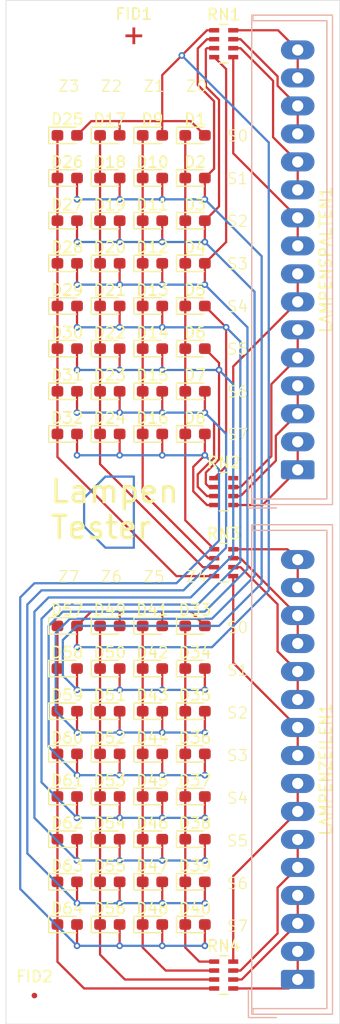
<source format=kicad_pcb>
(kicad_pcb (version 20241229) (generator "pcbnew") (generator_version "9.0")
  (layers (0 "F.Cu" signal) (2 "B.Cu" signal) (13 "F.Paste" user) (15 "B.Paste" user) (5 "F.SilkS" user "F.Silkscreen") (7 "B.SilkS" user "B.Silkscreen") (1 "F.Mask" user) (3 "B.Mask" user) (25 "Edge.Cuts" user))
  (net 0 "")
  (net 1 "LZ7")
  (net 2 "LZ6")
  (net 3 "LZ5")
  (net 4 "LZ4")
  (net 5 "LZ3")
  (net 6 "LZ2")
  (net 7 "LZ1")
  (net 8 "LZ0")
  (net 9 "LS7")
  (net 10 "LS6")
  (net 11 "LS5")
  (net 12 "LS4")
  (net 13 "LS3")
  (net 14 "LS2")
  (net 15 "LS1")
  (net 16 "LS0")
  (net 17 "Net-(D1-K)")
  (net 18 "Net-(D1-A)")
  (net 19 "Net-(D10-K)")
  (net 20 "Net-(D10-A)")
  (net 21 "Net-(D11-A)")
  (net 22 "Net-(D12-A)")
  (net 23 "Net-(D13-A)")
  (net 24 "Net-(D14-A)")
  (net 25 "Net-(D15-A)")
  (net 26 "Net-(D16-A)")
  (net 27 "Net-(D17-K)")
  (net 28 "Net-(D25-K)")
  (net 29 "Net-(D33-K)")
  (net 30 "Net-(D41-K)")
  (net 31 "Net-(D49-K)")
  (net 32 "Net-(D57-K)")
  (footprint "LED_SMD:LED_0603_1608Metric_Pad1.05x0.95mm_HandSolder" (layer "F.Cu") (at 43.575 56.515)
    (property "Reference" "D30")
    (property "Value" "R")
  )
  (footprint "LED_SMD:LED_0603_1608Metric_Pad1.05x0.95mm_HandSolder" (layer "F.Cu") (at 55.005 81.28)
    (property "Reference" "D33")
    (property "Value" "R")
  )
  (footprint "Resistor_SMD:R_Array_Concave_4x0603" (layer "F.Cu") (at 57.57 75.635)
    (property "Reference" "RN3")
    (property "Value" "1000")
  )
  (footprint "LED_SMD:LED_0603_1608Metric_Pad1.05x0.95mm_HandSolder" (layer "F.Cu") (at 55.005 107.95)
    (property "Reference" "D40")
    (property "Value" "R")
  )
  (footprint "LED_SMD:LED_0603_1608Metric_Pad1.05x0.95mm_HandSolder" (layer "F.Cu") (at 43.575 60.325)
    (property "Reference" "D31")
    (property "Value" "R")
  )
  (footprint "LED_SMD:LED_0603_1608Metric_Pad1.05x0.95mm_HandSolder" (layer "F.Cu") (at 47.385 88.9)
    (property "Reference" "D51")
    (property "Value" "R")
  )
  (footprint "Resistor_SMD:R_Array_Concave_4x0603" (layer "F.Cu") (at 57.57 69.285)
    (property "Reference" "RN2")
    (property "Value" "1000")
  )
  (footprint "LED_SMD:LED_0603_1608Metric_Pad1.05x0.95mm_HandSolder" (layer "F.Cu") (at 47.385 60.325)
    (property "Reference" "D23")
    (property "Value" "R")
  )
  (footprint "LED_SMD:LED_0603_1608Metric_Pad1.05x0.95mm_HandSolder" (layer "F.Cu") (at 47.385 37.465)
    (property "Reference" "D17")
    (property "Value" "R")
  )
  (footprint "LED_SMD:LED_0603_1608Metric_Pad1.05x0.95mm_HandSolder" (layer "F.Cu") (at 43.575 104.14)
    (property "Reference" "D63")
    (property "Value" "R")
  )
  (footprint "LED_SMD:LED_0603_1608Metric_Pad1.05x0.95mm_HandSolder" (layer "F.Cu") (at 55.005 88.9)
    (property "Reference" "D35")
    (property "Value" "R")
  )
  (footprint "Resistor_SMD:R_Array_Concave_4x0603" (layer "F.Cu") (at 57.57 112.465)
    (property "Reference" "RN4")
    (property "Value" "1000")
  )
  (footprint "LED_SMD:LED_0603_1608Metric_Pad1.05x0.95mm_HandSolder" (layer "F.Cu") (at 43.575 96.52)
    (property "Reference" "D61")
    (property "Value" "R")
  )
  (footprint "LED_SMD:LED_0603_1608Metric_Pad1.05x0.95mm_HandSolder" (layer "F.Cu") (at 47.385 64.135)
    (property "Reference" "D24")
    (property "Value" "R")
  )
  (footprint "LED_SMD:LED_0603_1608Metric_Pad1.05x0.95mm_HandSolder" (layer "F.Cu") (at 55.005 85.09)
    (property "Reference" "D34")
    (property "Value" "R")
  )
  (footprint "LED_SMD:LED_0603_1608Metric_Pad1.05x0.95mm_HandSolder" (layer "F.Cu") (at 43.575 64.135)
    (property "Reference" "D32")
    (property "Value" "R")
  )
  (footprint "LED_SMD:LED_0603_1608Metric_Pad1.05x0.95mm_HandSolder" (layer "F.Cu") (at 47.385 104.14)
    (property "Reference" "D55")
    (property "Value" "R")
  )
  (footprint "LED_SMD:LED_0603_1608Metric_Pad1.05x0.95mm_HandSolder" (layer "F.Cu") (at 47.385 56.515)
    (property "Reference" "D22")
    (property "Value" "R")
  )
  (footprint "LED_SMD:LED_0603_1608Metric_Pad1.05x0.95mm_HandSolder" (layer "F.Cu") (at 55.005 52.705)
    (property "Reference" "D5")
    (property "Value" "R")
  )
  (footprint "LED_SMD:LED_0603_1608Metric_Pad1.05x0.95mm_HandSolder" (layer "F.Cu") (at 47.385 100.33)
    (property "Reference" "D54")
    (property "Value" "R")
  )
  (footprint "LED_SMD:LED_0603_1608Metric_Pad1.05x0.95mm_HandSolder" (layer "F.Cu") (at 51.195 56.515)
    (property "Reference" "D14")
    (property "Value" "R")
  )
  (footprint "LED_SMD:LED_0603_1608Metric_Pad1.05x0.95mm_HandSolder" (layer "F.Cu") (at 47.385 52.705)
    (property "Reference" "D21")
    (property "Value" "R")
  )
  (footprint "LED_SMD:LED_0603_1608Metric_Pad1.05x0.95mm_HandSolder" (layer "F.Cu") (at 43.575 92.71)
    (property "Reference" "D60")
    (property "Value" "R")
  )
  (footprint "LED_SMD:LED_0603_1608Metric_Pad1.05x0.95mm_HandSolder" (layer "F.Cu") (at 55.005 56.515)
    (property "Reference" "D6")
    (property "Value" "R")
  )
  (footprint "LED_SMD:LED_0603_1608Metric_Pad1.05x0.95mm_HandSolder" (layer "F.Cu") (at 47.385 41.275)
    (property "Reference" "D18")
    (property "Value" "R")
  )
  (footprint "LED_SMD:LED_0603_1608Metric_Pad1.05x0.95mm_HandSolder" (layer "F.Cu") (at 43.575 100.33)
    (property "Reference" "D62")
    (property "Value" "R")
  )
  (footprint "LED_SMD:LED_0603_1608Metric_Pad1.05x0.95mm_HandSolder" (layer "F.Cu") (at 55.005 64.135)
    (property "Reference" "D8")
    (property "Value" "R")
  )
  (footprint "LED_SMD:LED_0603_1608Metric_Pad1.05x0.95mm_HandSolder" (layer "F.Cu") (at 43.575 52.705)
    (property "Reference" "D29")
    (property "Value" "R")
  )
  (footprint "LED_SMD:LED_0603_1608Metric_Pad1.05x0.95mm_HandSolder" (layer "F.Cu") (at 47.385 92.71)
    (property "Reference" "D52")
    (property "Value" "R")
  )
  (footprint "LED_SMD:LED_0603_1608Metric_Pad1.05x0.95mm_HandSolder" (layer "F.Cu") (at 51.195 45.085)
    (property "Reference" "D11")
    (property "Value" "R")
  )
  (footprint "LED_SMD:LED_0603_1608Metric_Pad1.05x0.95mm_HandSolder" (layer "F.Cu") (at 51.195 48.895)
    (property "Reference" "D12")
    (property "Value" "R")
  )
  (footprint "LED_SMD:LED_0603_1608Metric_Pad1.05x0.95mm_HandSolder" (layer "F.Cu") (at 51.195 92.71)
    (property "Reference" "D44")
    (property "Value" "R")
  )
  (footprint "LED_SMD:LED_0603_1608Metric_Pad1.05x0.95mm_HandSolder" (layer "F.Cu") (at 51.195 96.52)
    (property "Reference" "D45")
    (property "Value" "R")
  )
  (footprint "LED_SMD:LED_0603_1608Metric_Pad1.05x0.95mm_HandSolder" (layer "F.Cu") (at 43.575 107.95)
    (property "Reference" "D64")
    (property "Value" "R")
  )
  (footprint "LED_SMD:LED_0603_1608Metric_Pad1.05x0.95mm_HandSolder" (layer "F.Cu") (at 51.195 107.95)
    (property "Reference" "D48")
    (property "Value" "R")
  )
  (footprint "LED_SMD:LED_0603_1608Metric_Pad1.05x0.95mm_HandSolder" (layer "F.Cu") (at 47.385 45.085)
    (property "Reference" "D19")
    (property "Value" "R")
  )
  (footprint "LED_SMD:LED_0603_1608Metric_Pad1.05x0.95mm_HandSolder" (layer "F.Cu") (at 47.385 48.895)
    (property "Reference" "D20")
    (property "Value" "R")
  )
  (footprint "LED_SMD:LED_0603_1608Metric_Pad1.05x0.95mm_HandSolder" (layer "F.Cu") (at 51.195 52.705)
    (property "Reference" "D13")
    (property "Value" "R")
  )
  (footprint "LED_SMD:LED_0603_1608Metric_Pad1.05x0.95mm_HandSolder" (layer "F.Cu") (at 55.005 100.33)
    (property "Reference" "D38")
    (property "Value" "R")
  )
  (footprint "LED_SMD:LED_0603_1608Metric_Pad1.05x0.95mm_HandSolder" (layer "F.Cu") (at 55.005 60.325)
    (property "Reference" "D7")
    (property "Value" "R")
  )
  (footprint "LED_SMD:LED_0603_1608Metric_Pad1.05x0.95mm_HandSolder" (layer "F.Cu") (at 43.575 41.275)
    (property "Reference" "D26")
    (property "Value" "R")
  )
  (footprint "LED_SMD:LED_0603_1608Metric_Pad1.05x0.95mm_HandSolder" (layer "F.Cu") (at 55.005 92.71)
    (property "Reference" "D36")
    (property "Value" "R")
  )
  (footprint "LED_SMD:LED_0603_1608Metric_Pad1.05x0.95mm_HandSolder" (layer "F.Cu") (at 51.195 64.135)
    (property "Reference" "D16")
    (property "Value" "R")
  )
  (footprint "LED_SMD:LED_0603_1608Metric_Pad1.05x0.95mm_HandSolder" (layer "F.Cu") (at 47.385 96.52)
    (property "Reference" "D53")
    (property "Value" "R")
  )
  (footprint "LED_SMD:LED_0603_1608Metric_Pad1.05x0.95mm_HandSolder" (layer "F.Cu") (at 47.385 85.09)
    (property "Reference" "D50")
    (property "Value" "R")
  )
  (footprint "LED_SMD:LED_0603_1608Metric_Pad1.05x0.95mm_HandSolder" (layer "F.Cu") (at 51.195 60.325)
    (property "Reference" "D15")
    (property "Value" "R")
  )
  (footprint "LED_SMD:LED_0603_1608Metric_Pad1.05x0.95mm_HandSolder" (layer "F.Cu") (at 43.575 45.085)
    (property "Reference" "D27")
    (property "Value" "R")
  )
  (footprint "LED_SMD:LED_0603_1608Metric_Pad1.05x0.95mm_HandSolder" (layer "F.Cu") (at 51.195 88.9)
    (property "Reference" "D43")
    (property "Value" "R")
  )
  (footprint "Resistor_SMD:R_Array_Concave_4x0603" (layer "F.Cu") (at 57.57 29.28)
    (property "Reference" "RN1")
    (property "Value" "1000")
  )
  (footprint "LED_SMD:LED_0603_1608Metric_Pad1.05x0.95mm_HandSolder" (layer "F.Cu") (at 55.005 37.465)
    (property "Reference" "D1")
    (property "Value" "R")
  )
  (footprint "Fiducial:Fiducial_Cross_1.5mm_Mask2mm" (layer "F.Cu") (at 49.53 28.575)
    (property "Reference" "FID1")
    (property "Value" "Fiducial")
  )
  (footprint "LED_SMD:LED_0603_1608Metric_Pad1.05x0.95mm_HandSolder" (layer "F.Cu") (at 43.575 48.895)
    (property "Reference" "D28")
    (property "Value" "R")
  )
  (footprint "LED_SMD:LED_0603_1608Metric_Pad1.05x0.95mm_HandSolder" (layer "F.Cu") (at 43.575 81.28)
    (property "Reference" "D57")
    (property "Value" "R")
  )
  (footprint "LED_SMD:LED_0603_1608Metric_Pad1.05x0.95mm_HandSolder" (layer "F.Cu") (at 43.575 85.09)
    (property "Reference" "D58")
    (property "Value" "R")
  )
  (footprint "LED_SMD:LED_0603_1608Metric_Pad1.05x0.95mm_HandSolder" (layer "F.Cu") (at 55.005 41.275)
    (property "Reference" "D2")
    (property "Value" "R")
  )
  (footprint "LED_SMD:LED_0603_1608Metric_Pad1.05x0.95mm_HandSolder" (layer "F.Cu") (at 51.195 41.275)
    (property "Reference" "D10")
    (property "Value" "R")
  )
  (footprint "LED_SMD:LED_0603_1608Metric_Pad1.05x0.95mm_HandSolder" (layer "F.Cu") (at 43.575 37.465)
    (property "Reference" "D25")
    (property "Value" "R")
  )
  (footprint "LED_SMD:LED_0603_1608Metric_Pad1.05x0.95mm_HandSolder" (layer "F.Cu") (at 47.385 81.28)
    (property "Reference" "D49")
    (property "Value" "R")
  )
  (footprint "LED_SMD:LED_0603_1608Metric_Pad1.05x0.95mm_HandSolder" (layer "F.Cu") (at 55.005 104.14)
    (property "Reference" "D39")
    (property "Value" "R")
  )
  (footprint "LED_SMD:LED_0603_1608Metric_Pad1.05x0.95mm_HandSolder" (layer "F.Cu") (at 51.195 81.28)
    (property "Reference" "D41")
    (property "Value" "R")
  )
  (footprint "Fiducial:Fiducial_0.5mm_Mask1.5mm" (layer "F.Cu") (at 40.64 114.3)
    (property "Reference" "FID2")
    (property "Value" "Fiducial")
  )
  (footprint "LED_SMD:LED_0603_1608Metric_Pad1.05x0.95mm_HandSolder" (layer "F.Cu") (at 51.195 100.33)
    (property "Reference" "D46")
    (property "Value" "R")
  )
  (footprint "LED_SMD:LED_0603_1608Metric_Pad1.05x0.95mm_HandSolder" (layer "F.Cu") (at 55.005 45.085)
    (property "Reference" "D3")
    (property "Value" "R")
  )
  (footprint "LED_SMD:LED_0603_1608Metric_Pad1.05x0.95mm_HandSolder" (layer "F.Cu") (at 55.005 96.52)
    (property "Reference" "D37")
    (property "Value" "R")
  )
  (footprint "LED_SMD:LED_0603_1608Metric_Pad1.05x0.95mm_HandSolder" (layer "F.Cu") (at 55.005 48.895)
    (property "Reference" "D4")
    (property "Value" "R")
  )
  (footprint "LED_SMD:LED_0603_1608Metric_Pad1.05x0.95mm_HandSolder" (layer "F.Cu") (at 51.195 85.09)
    (property "Reference" "D42")
    (property "Value" "R")
  )
  (footprint "LED_SMD:LED_0603_1608Metric_Pad1.05x0.95mm_HandSolder" (layer "F.Cu") (at 43.575 88.9)
    (property "Reference" "D59")
    (property "Value" "R")
  )
  (footprint "LED_SMD:LED_0603_1608Metric_Pad1.05x0.95mm_HandSolder" (layer "F.Cu") (at 47.385 107.95)
    (property "Reference" "D56")
    (property "Value" "R")
  )
  (footprint "LED_SMD:LED_0603_1608Metric_Pad1.05x0.95mm_HandSolder" (layer "F.Cu") (at 51.195 37.465)
    (property "Reference" "D9")
    (property "Value" "R")
  )
  (footprint "LED_SMD:LED_0603_1608Metric_Pad1.05x0.95mm_HandSolder" (layer "F.Cu") (at 51.195 104.14)
    (property "Reference" "D47")
    (property "Value" "R")
  )
  (footprint "Connector_Lumberg:Lumberg_MSF_B16B-MSF-A_1x16_P2.50mm_Vertical" (layer "B.Cu") (at 64.185 67.335 90)
    (property "Reference" "LAMPENSPALTEN1")
    (property "Value" "Conn_01x16_Male" (hide yes))
  )
  (footprint "Connector_Lumberg:Lumberg_MSF_B16B-MSF-A_1x16_P2.50mm_Vertical" (layer "B.Cu") (at 64.185 112.855 90)
    (property "Reference" "LAMPENZEILEN1")
    (property "Value" "Conn_01x16_Pin")
  )
  (gr_line (start 49.53 74.295) (end 46.99 74.295) (stroke (width 0.2)) (layer "B.Cu"))
  (gr_line (start 46.99 74.295) (end 45.085 72.39) (stroke (width 0.2)) (layer "B.Cu"))
  (gr_line (start 45.085 69.85) (end 45.085 72.39) (stroke (width 0.2)) (layer "B.Cu"))
  (gr_line (start 49.53 67.945) (end 46.99 67.945) (stroke (width 0.2)) (layer "B.Cu"))
  (gr_line (start 49.53 67.945) (end 49.53 74.295) (stroke (width 0.2)) (layer "B.Cu"))
  (gr_line (start 46.99 67.945) (end 45.085 69.85) (stroke (width 0.2)) (layer "B.Cu"))
  (gr_rect (start 38.1 25.4) (end 67.945 116.84) (stroke (width 0.05)) (fill no) (layer "Edge.Cuts"))
  (gr_text "Z2" (at 46.51 33.655 0) (layer "F.SilkS") (effects (font (size 1 1) (thickness 0.1)) (justify left bottom)))
  (gr_text "S7" (at 57.785 64.77 0) (layer "F.SilkS") (effects (font (size 1 1) (thickness 0.1)) (justify left bottom)))
  (gr_text "Z6" (at 46.51 77.47 0) (layer "F.SilkS") (effects (font (size 1 1) (thickness 0.1)) (justify left bottom)))
  (gr_text "Z1" (at 50.32 33.655 0) (layer "F.SilkS") (effects (font (size 1 1) (thickness 0.1)) (justify left bottom)))
  (gr_text "S1" (at 57.785 41.91 0) (layer "F.SilkS") (effects (font (size 1 1) (thickness 0.1)) (justify left bottom)))
  (gr_text "S2" (at 57.785 45.72 0) (layer "F.SilkS") (effects (font (size 1 1) (thickness 0.1)) (justify left bottom)))
  (gr_text "Z7" (at 42.7 77.47 0) (layer "F.SilkS") (effects (font (size 1 1) (thickness 0.1)) (justify left bottom)))
  (gr_text "S0" (at 57.785 82.015 0) (layer "F.SilkS") (effects (font (size 1 1) (thickness 0.1)) (justify left bottom)))
  (gr_text "S7" (at 57.785 108.685 0) (layer "F.SilkS") (effects (font (size 1 1) (thickness 0.1)) (justify left bottom)))
  (gr_text "S5" (at 57.785 57.15 0) (layer "F.SilkS") (effects (font (size 1 1) (thickness 0.1)) (justify left bottom)))
  (gr_text "S6" (at 57.785 60.96 0) (layer "F.SilkS") (effects (font (size 1 1) (thickness 0.1)) (justify left bottom)))
  (gr_text "S2" (at 57.785 89.635 0) (layer "F.SilkS") (effects (font (size 1 1) (thickness 0.1)) (justify left bottom)))
  (gr_text "Lampen\nTester" (at 41.91 73.66 0) (layer "F.SilkS") (effects (font (size 2 2) (thickness 0.3)) (justify left bottom)))
  (gr_text "S1" (at 57.785 85.825 0) (layer "F.SilkS") (effects (font (size 1 1) (thickness 0.1)) (justify left bottom)))
  (gr_text "S6" (at 57.785 104.875 0) (layer "F.SilkS") (effects (font (size 1 1) (thickness 0.1)) (justify left bottom)))
  (gr_text "Z0" (at 54.13 33.655 0) (layer "F.SilkS") (effects (font (size 1 1) (thickness 0.1)) (justify left bottom)))
  (gr_text "S0" (at 57.785 38.1 0) (layer "F.SilkS") (effects (font (size 1 1) (thickness 0.1)) (justify left bottom)))
  (gr_text "Z4" (at 54.13 77.47 0) (layer "F.SilkS") (effects (font (size 1 1) (thickness 0.1)) (justify left bottom)))
  (gr_text "S3" (at 57.785 93.445 0) (layer "F.SilkS") (effects (font (size 1 1) (thickness 0.1)) (justify left bottom)))
  (gr_text "S5" (at 57.785 101.065 0) (layer "F.SilkS") (effects (font (size 1 1) (thickness 0.1)) (justify left bottom)))
  (gr_text "S3" (at 57.785 49.53 0) (layer "F.SilkS") (effects (font (size 1 1) (thickness 0.1)) (justify left bottom)))
  (gr_text "S4" (at 57.785 53.34 0) (layer "F.SilkS") (effects (font (size 1 1) (thickness 0.1)) (justify left bottom)))
  (gr_text "S4" (at 57.785 97.255 0) (layer "F.SilkS") (effects (font (size 1 1) (thickness 0.1)) (justify left bottom)))
  (gr_text "Z5" (at 50.32 77.47 0) (layer "F.SilkS") (effects (font (size 1 1) (thickness 0.1)) (justify left bottom)))
  (gr_text "Z3" (at 42.7 33.655 0) (layer "F.SilkS") (effects (font (size 1 1) (thickness 0.1)) (justify left bottom)))
  (segment (start 58.42 113.665) (end 63.375 113.665) (width 0.2) (layer "F.Cu") (net 1))
  (segment (start 63.375 113.665) (end 64.185 112.855) (width 0.2) (layer "F.Cu") (net 1))
  (segment (start 64.185 112.855) (end 64.185 110.355) (width 0.2) (layer "F.Cu") (net 1))
  (segment (start 58.42 112.865) (end 59.175 112.865) (width 0.2) (layer "F.Cu") (net 2))
  (segment (start 59.175 112.865) (end 64.185 107.855) (width 0.2) (layer "F.Cu") (net 2))
  (segment (start 64.185 107.855) (end 64.185 105.355) (width 0.2) (layer "F.Cu") (net 2))
  (segment (start 62.384 108.751) (end 62.384 104.656) (width 0.2) (layer "F.Cu") (net 3))
  (segment (start 64.185 102.855) (end 64.185 100.355) (width 0.2) (layer "F.Cu") (net 3))
  (segment (start 58.42 112.065) (end 59.07 112.065) (width 0.2) (layer "F.Cu") (net 3))
  (segment (start 59.07 112.065) (end 62.384 108.751) (width 0.2) (layer "F.Cu") (net 3))
  (segment (start 62.384 104.656) (end 64.185 102.855) (width 0.2) (layer "F.Cu") (net 3))
  (segment (start 64.185 97.855) (end 64.185 95.355) (width 0.2) (layer "F.Cu") (net 4))
  (segment (start 58.42 111.265) (end 58.42 103.62) (width 0.2) (layer "F.Cu") (net 4))
  (segment (start 58.42 103.62) (end 64.185 97.855) (width 0.2) (layer "F.Cu") (net 4))
  (segment (start 58.42 76.835) (end 58.42 84.59) (width 0.2) (layer "F.Cu") (net 5))
  (segment (start 58.42 84.59) (end 64.185 90.355) (width 0.2) (layer "F.Cu") (net 5))
  (segment (start 64.185 92.855) (end 64.185 90.355) (width 0.2) (layer "F.Cu") (net 5))
  (segment (start 59.07 76.035) (end 62.384 79.349) (width 0.2) (layer "F.Cu") (net 6))
  (segment (start 62.384 83.554) (end 64.185 85.355) (width 0.2) (layer "F.Cu") (net 6))
  (segment (start 64.185 87.855) (end 64.185 85.355) (width 0.2) (layer "F.Cu") (net 6))
  (segment (start 58.42 76.035) (end 59.07 76.035) (width 0.2) (layer "F.Cu") (net 6))
  (segment (start 62.384 79.349) (end 62.384 83.554) (width 0.2) (layer "F.Cu") (net 6))
  (segment (start 58.42 75.235) (end 59.065 75.235) (width 0.2) (layer "F.Cu") (net 7))
  (segment (start 64.185 82.855) (end 64.185 80.355) (width 0.2) (layer "F.Cu") (net 7))
  (segment (start 59.065 75.235) (end 64.185 80.355) (width 0.2) (layer "F.Cu") (net 7))
  (segment (start 58.42 74.435) (end 63.265 74.435) (width 0.2) (layer "F.Cu") (net 8))
  (segment (start 63.265 74.435) (end 64.185 75.355) (width 0.2) (layer "F.Cu") (net 8))
  (segment (start 64.185 77.855) (end 64.185 75.355) (width 0.2) (layer "F.Cu") (net 8))
  (segment (start 64.185 67.335) (end 64.185 64.835) (width 0.2) (layer "F.Cu") (net 9))
  (segment (start 61.035 70.485) (end 64.185 67.335) (width 0.2) (layer "F.Cu") (net 9))
  (segment (start 58.42 70.485) (end 61.035 70.485) (width 0.2) (layer "F.Cu") (net 9))
  (segment (start 59.07 69.685) (end 62.23 66.525) (width 0.2) (layer "F.Cu") (net 10))
  (segment (start 58.42 69.685) (end 59.07 69.685) (width 0.2) (layer "F.Cu") (net 10))
  (segment (start 62.23 66.525) (end 62.23 64.29) (width 0.2) (layer "F.Cu") (net 10))
  (segment (start 64.185 62.335) (end 64.185 59.835) (width 0.2) (layer "F.Cu") (net 10))
  (segment (start 62.23 64.29) (end 64.185 62.335) (width 0.2) (layer "F.Cu") (net 10))
  (segment (start 59.07 68.885) (end 61.829 66.126) (width 0.2) (layer "F.Cu") (net 11))
  (segment (start 61.829 59.691) (end 64.185 57.335) (width 0.2) (layer "F.Cu") (net 11))
  (segment (start 58.42 68.885) (end 59.07 68.885) (width 0.2) (layer "F.Cu") (net 11))
  (segment (start 61.829 66.126) (end 61.829 59.691) (width 0.2) (layer "F.Cu") (net 11))
  (segment (start 64.185 57.335) (end 64.185 54.835) (width 0.2) (layer "F.Cu") (net 11))
  (segment (start 58.42 68.085) (end 58.42 58.1) (width 0.2) (layer "F.Cu") (net 12))
  (segment (start 58.42 58.1) (end 64.185 52.335) (width 0.2) (layer "F.Cu") (net 12))
  (segment (start 64.185 52.335) (end 64.185 49.835) (width 0.2) (layer "F.Cu") (net 12))
  (segment (start 64.185 47.335) (end 64.185 44.835) (width 0.2) (layer "F.Cu") (net 13))
  (segment (start 58.42 39.07) (end 64.185 44.835) (width 0.2) (layer "F.Cu") (net 13))
  (segment (start 58.42 30.48) (end 58.42 39.07) (width 0.2) (layer "F.Cu") (net 13))
  (segment (start 58.42 29.68) (end 59.07 29.68) (width 0.2) (layer "F.Cu") (net 14))
  (segment (start 59.07 29.68) (end 61.983 32.593) (width 0.2) (layer "F.Cu") (net 14))
  (segment (start 61.983 32.593) (end 61.983 37.633) (width 0.2) (layer "F.Cu") (net 14))
  (segment (start 61.983 37.633) (end 64.185 39.835) (width 0.2) (layer "F.Cu") (net 14))
  (segment (start 64.185 42.335) (end 64.185 39.835) (width 0.2) (layer "F.Cu") (net 14))
  (segment (start 62.384 33.034) (end 64.185 34.835) (width 0.2) (layer "F.Cu") (net 15))
  (segment (start 58.42 28.88) (end 59.07 28.88) (width 0.2) (layer "F.Cu") (net 15))
  (segment (start 62.384 32.194) (end 62.384 33.034) (width 0.2) (layer "F.Cu") (net 15))
  (segment (start 59.07 28.88) (end 62.384 32.194) (width 0.2) (layer "F.Cu") (net 15))
  (segment (start 64.185 37.335) (end 64.185 34.835) (width 0.2) (layer "F.Cu") (net 15))
  (segment (start 64.185 32.335) (end 64.185 29.835) (width 0.2) (layer "F.Cu") (net 16))
  (segment (start 62.43 28.08) (end 64.185 29.835) (width 0.2) (layer "F.Cu") (net 16))
  (segment (start 58.42 28.08) (end 62.43 28.08) (width 0.2) (layer "F.Cu") (net 16))
  (segment (start 54.13 71.845) (end 54.13 37.465) (width 0.2) (layer "F.Cu") (net 17))
  (segment (start 56.72 74.435) (end 54.13 71.845) (width 0.2) (layer "F.Cu") (net 17))
  (segment (start 45.72 36.195) (end 48.26 36.195) (width 0.2) (layer "F.Cu") (net 18))
  (segment (start 54.61 36.195) (end 55.88 37.465) (width 0.2) (layer "F.Cu") (net 18))
  (segment (start 44.45 81.28) (end 44.45 83.185) (width 0.2) (layer "F.Cu") (net 18))
  (segment (start 48.26 80.01) (end 52.07 80.01) (width 0.2) (layer "F.Cu") (net 18))
  (segment (start 53.8225 30.3275) (end 56.07 28.08) (width 0.2) (layer "F.Cu") (net 18))
  (segment (start 56.07 28.08) (end 56.72 28.08) (width 0.2) (layer "F.Cu") (net 18))
  (segment (start 48.26 81.28) (end 48.26 80.01) (width 0.2) (layer "F.Cu") (net 18))
  (segment (start 52.07 81.28) (end 52.07 80.01) (width 0.2) (layer "F.Cu") (net 18))
  (segment (start 44.45 81.28) (end 45.72 80.01) (width 0.2) (layer "F.Cu") (net 18))
  (segment (start 52.07 80.01) (end 54.61 80.01) (width 0.2) (layer "F.Cu") (net 18))
  (segment (start 48.26 37.465) (end 48.26 36.195) (width 0.2) (layer "F.Cu") (net 18))
  (segment (start 50.8 36.195) (end 54.61 36.195) (width 0.2) (layer "F.Cu") (net 18))
  (segment (start 52.07 37.465) (end 52.07 32.08) (width 0.2) (layer "F.Cu") (net 18))
  (segment (start 52.07 32.08) (end 53.8225 30.3275) (width 0.2) (layer "F.Cu") (net 18))
  (segment (start 48.26 36.195) (end 50.8 36.195) (width 0.2) (layer "F.Cu") (net 18))
  (segment (start 54.61 80.01) (end 55.88 81.28) (width 0.2) (layer "F.Cu") (net 18))
  (segment (start 45.72 80.01) (end 48.26 80.01) (width 0.2) (layer "F.Cu") (net 18))
  (segment (start 44.45 37.465) (end 45.72 36.195) (width 0.2) (layer "F.Cu") (net 18))
  (via (at 53.8225 30.3275) (size 0.6) (drill 0.3) (layers "F.Cu" "B.Cu") (net 18))
  (via (at 44.45 83.185) (size 0.6) (drill 0.3) (layers "F.Cu" "B.Cu") (net 18))
  (segment (start 61.595 38.1) (end 53.8225 30.3275) (width 0.2) (layer "B.Cu") (net 18))
  (segment (start 61.595 78.105) (end 61.595 38.1) (width 0.2) (layer "B.Cu") (net 18))
  (segment (start 56.515 83.185) (end 61.595 78.105) (width 0.2) (layer "B.Cu") (net 18))
  (segment (start 44.45 83.185) (end 56.515 83.185) (width 0.2) (layer "B.Cu") (net 18))
  (segment (start 56.185 75.235) (end 50.32 69.37) (width 0.2) (layer "F.Cu") (net 19))
  (segment (start 50.32 69.37) (end 50.32 37.465) (width 0.2) (layer "F.Cu") (net 19))
  (segment (start 56.72 75.235) (end 56.185 75.235) (width 0.2) (layer "F.Cu") (net 19))
  (segment (start 55.88 41.275) (end 55.88 43.18) (width 0.2) (layer "F.Cu") (net 20))
  (segment (start 48.26 41.275) (end 48.26 43.18) (width 0.2) (layer "F.Cu") (net 20))
  (segment (start 48.26 85.09) (end 48.26 86.995) (width 0.2) (layer "F.Cu") (net 20))
  (segment (start 56.706 40.449) (end 56.706 34.4131) (width 0.2) (layer "F.Cu") (net 20))
  (segment (start 52.07 85.09) (end 52.07 86.995) (width 0.2) (layer "F.Cu") (net 20))
  (segment (start 55.245 32.9521) (end 55.245 29.705) (width 0.2) (layer "F.Cu") (net 20))
  (segment (start 52.07 41.275) (end 52.07 43.18) (width 0.2) (layer "F.Cu") (net 20))
  (segment (start 44.45 41.275) (end 44.45 43.18) (width 0.2) (layer "F.Cu") (net 20))
  (segment (start 56.706 34.4131) (end 55.245 32.9521) (width 0.2) (layer "F.Cu") (net 20))
  (segment (start 44.45 85.09) (end 44.45 86.995) (width 0.2) (layer "F.Cu") (net 20))
  (segment (start 55.88 41.275) (end 56.706 40.449) (width 0.2) (layer "F.Cu") (net 20))
  (segment (start 56.07 28.88) (end 56.72 28.88) (width 0.2) (layer "F.Cu") (net 20))
  (segment (start 55.245 29.705) (end 56.07 28.88) (width 0.2) (layer "F.Cu") (net 20))
  (segment (start 55.88 86.995) (end 55.88 85.09) (width 0.2) (layer "F.Cu") (net 20))
  (via (at 44.45 86.995) (size 0.6) (drill 0.3) (layers "F.Cu" "B.Cu") (net 20))
  (via (at 48.26 43.18) (size 0.6) (drill 0.3) (layers "F.Cu" "B.Cu") (net 20))
  (via (at 44.45 43.18) (size 0.6) (drill 0.3) (layers "F.Cu" "B.Cu") (net 20))
  (via (at 55.88 43.18) (size 0.6) (drill 0.3) (layers "F.Cu" "B.Cu") (net 20))
  (via (at 48.26 86.995) (size 0.6) (drill 0.3) (layers "F.Cu" "B.Cu") (net 20))
  (via (at 52.07 43.18) (size 0.6) (drill 0.3) (layers "F.Cu" "B.Cu") (net 20))
  (via (at 52.07 86.995) (size 0.6) (drill 0.3) (layers "F.Cu" "B.Cu") (net 20))
  (via (at 55.88 86.995) (size 0.6) (drill 0.3) (layers "F.Cu" "B.Cu") (net 20))
  (segment (start 44.45 86.995) (end 48.26 86.995) (width 0.2) (layer "B.Cu") (net 20))
  (segment (start 60.96 48.26) (end 55.88 43.18) (width 0.2) (layer "B.Cu") (net 20))
  (segment (start 44.45 86.995) (end 43.18 85.725) (width 0.2) (layer "B.Cu") (net 20))
  (segment (start 48.26 86.995) (end 52.07 86.995) (width 0.2) (layer "B.Cu") (net 20))
  (segment (start 44.45 43.18) (end 55.88 43.18) (width 0.2) (layer "B.Cu") (net 20))
  (segment (start 60.96 77.47) (end 60.96 48.26) (width 0.2) (layer "B.Cu") (net 20))
  (segment (start 52.07 86.995) (end 55.88 86.995) (width 0.2) (layer "B.Cu") (net 20))
  (segment (start 43.18 82.55) (end 44.45 81.28) (width 0.2) (layer "B.Cu") (net 20))
  (segment (start 44.45 81.28) (end 57.15 81.28) (width 0.2) (layer "B.Cu") (net 20))
  (segment (start 57.15 81.28) (end 60.96 77.47) (width 0.2) (layer "B.Cu") (net 20))
  (segment (start 43.18 85.725) (end 43.18 82.55) (width 0.2) (layer "B.Cu") (net 20))
  (segment (start 57.15 34.29) (end 55.969 33.109) (width 0.2) (layer "F.Cu") (net 21))
  (segment (start 44.45 88.9) (end 44.45 90.805) (width 0.2) (layer "F.Cu") (net 21))
  (segment (start 52.07 88.9) (end 52.07 90.805) (width 0.2) (layer "F.Cu") (net 21))
  (segment (start 55.88 90.805) (end 55.88 88.9) (width 0.2) (layer "F.Cu") (net 21))
  (segment (start 56.07 29.68) (end 56.72 29.68) (width 0.2) (layer "F.Cu") (net 21))
  (segment (start 55.969 33.109) (end 55.969 29.781) (width 0.2) (layer "F.Cu") (net 21))
  (segment (start 44.45 45.085) (end 44.45 46.99) (width 0.2) (layer "F.Cu") (net 21))
  (segment (start 48.26 45.085) (end 48.26 46.99) (width 0.2) (layer "F.Cu") (net 21))
  (segment (start 55.88 45.085) (end 55.88 46.99) (width 0.2) (layer "F.Cu") (net 21))
  (segment (start 55.88 45.085) (end 57.15 43.815) (width 0.2) (layer "F.Cu") (net 21))
  (segment (start 57.15 43.815) (end 57.15 34.29) (width 0.2) (layer "F.Cu") (net 21))
  (segment (start 48.26 88.9) (end 48.26 90.805) (width 0.2) (layer "F.Cu") (net 21))
  (segment (start 55.969 29.781) (end 56.07 29.68) (width 0.2) (layer "F.Cu") (net 21))
  (segment (start 52.07 45.085) (end 52.07 46.99) (width 0.2) (layer "F.Cu") (net 21))
  (via (at 48.26 90.805) (size 0.6) (drill 0.3) (layers "F.Cu" "B.Cu") (net 21))
  (via (at 52.07 90.805) (size 0.6) (drill 0.3) (layers "F.Cu" "B.Cu") (net 21))
  (via (at 44.45 46.99) (size 0.6) (drill 0.3) (layers "F.Cu" "B.Cu") (net 21))
  (via (at 55.88 90.805) (size 0.6) (drill 0.3) (layers "F.Cu" "B.Cu") (net 21))
  (via (at 48.26 46.99) (size 0.6) (drill 0.3) (layers "F.Cu" "B.Cu") (net 21))
  (via (at 44.45 90.805) (size 0.6) (drill 0.3) (layers "F.Cu" "B.Cu") (net 21))
  (via (at 52.07 46.99) (size 0.6) (drill 0.3) (layers "F.Cu" "B.Cu") (net 21))
  (via (at 55.88 46.99) (size 0.6) (drill 0.3) (layers "F.Cu" "B.Cu") (net 21))
  (segment (start 52.07 90.805) (end 55.88 90.805) (width 0.2) (layer "B.Cu") (net 21))
  (segment (start 56.515 80.645) (end 43.815 80.645) (width 0.2) (layer "B.Cu") (net 21))
  (segment (start 44.45 46.99) (end 55.88 46.99) (width 0.2) (layer "B.Cu") (net 21))
  (segment (start 43.815 80.645) (end 42.545 81.915) (width 0.2) (layer "B.Cu") (net 21))
  (segment (start 44.45 90.805) (end 48.26 90.805) (width 0.2) (layer "B.Cu") (net 21))
  (segment (start 60.325 76.835) (end 56.515 80.645) (width 0.2) (layer "B.Cu") (net 21))
  (segment (start 42.545 81.915) (end 42.545 88.9) (width 0.2) (layer "B.Cu") (net 21))
  (segment (start 55.88 46.99) (end 60.325 51.435) (width 0.2) (layer "B.Cu") (net 21))
  (segment (start 42.545 88.9) (end 44.45 90.805) (width 0.2) (layer "B.Cu") (net 21))
  (segment (start 60.325 51.435) (end 60.325 76.835) (width 0.2) (layer "B.Cu") (net 21))
  (segment (start 48.26 90.805) (end 52.07 90.805) (width 0.2) (layer "B.Cu") (net 21))
  (segment (start 44.45 48.895) (end 44.45 50.8) (width 0.2) (layer "F.Cu") (net 22))
  (segment (start 52.07 92.71) (end 52.07 94.615) (width 0.2) (layer "F.Cu") (net 22))
  (segment (start 55.88 48.895) (end 55.88 50.8) (width 0.2) (layer "F.Cu") (net 22))
  (segment (start 55.88 48.895) (end 57.785 46.99) (width 0.2) (layer "F.Cu") (net 22))
  (segment (start 52.07 48.895) (end 52.07 50.8) (width 0.2) (layer "F.Cu") (net 22))
  (segment (start 48.26 48.895) (end 48.26 50.8) (width 0.2) (layer "F.Cu") (net 22))
  (segment (start 55.88 94.615) (end 55.88 92.71) (width 0.2) (layer "F.Cu") (net 22))
  (segment (start 57.785 46.99) (end 57.785 31.545) (width 0.2) (layer "F.Cu") (net 22))
  (segment (start 57.785 31.545) (end 56.72 30.48) (width 0.2) (layer "F.Cu") (net 22))
  (segment (start 44.45 92.71) (end 44.45 94.615) (width 0.2) (layer "F.Cu") (net 22))
  (segment (start 48.26 92.71) (end 48.26 94.615) (width 0.2) (layer "F.Cu") (net 22))
  (via (at 55.88 50.8) (size 0.6) (drill 0.3) (layers "F.Cu" "B.Cu") (net 22))
  (via (at 48.26 94.615) (size 0.6) (drill 0.3) (layers "F.Cu" "B.Cu") (net 22))
  (via (at 52.07 50.8) (size 0.6) (drill 0.3) (layers "F.Cu" "B.Cu") (net 22))
  (via (at 44.45 50.8) (size 0.6) (drill 0.3) (layers "F.Cu" "B.Cu") (net 22))
  (via (at 52.07 94.615) (size 0.6) (drill 0.3) (layers "F.Cu" "B.Cu") (net 22))
  (via (at 48.26 50.8) (size 0.6) (drill 0.3) (layers "F.Cu" "B.Cu") (net 22))
  (via (at 44.45 94.615) (size 0.6) (drill 0.3) (layers "F.Cu" "B.Cu") (net 22))
  (via (at 55.88 94.615) (size 0.6) (drill 0.3) (layers "F.Cu" "B.Cu") (net 22))
  (segment (start 52.07 94.615) (end 55.88 94.615) (width 0.2) (layer "B.Cu") (net 22))
  (segment (start 41.91 92.075) (end 44.45 94.615) (width 0.2) (layer "B.Cu") (net 22))
  (segment (start 55.88 50.8) (end 59.69 54.61) (width 0.2) (layer "B.Cu") (net 22))
  (segment (start 48.26 94.615) (end 52.07 94.615) (width 0.2) (layer "B.Cu") (net 22))
  (segment (start 41.91 81.28) (end 41.91 92.075) (width 0.2) (layer "B.Cu") (net 22))
  (segment (start 44.45 50.8) (end 55.88 50.8) (width 0.2) (layer "B.Cu") (net 22))
  (segment (start 44.45 94.615) (end 48.26 94.615) (width 0.2) (layer "B.Cu") (net 22))
  (segment (start 59.69 76.2) (end 55.88 80.01) (width 0.2) (layer "B.Cu") (net 22))
  (segment (start 55.88 80.01) (end 43.18 80.01) (width 0.2) (layer "B.Cu") (net 22))
  (segment (start 59.69 54.61) (end 59.69 76.2) (width 0.2) (layer "B.Cu") (net 22))
  (segment (start 43.18 80.01) (end 41.91 81.28) (width 0.2) (layer "B.Cu") (net 22))
  (segment (start 55.88 98.425) (end 55.88 96.52) (width 0.2) (layer "F.Cu") (net 23))
  (segment (start 48.26 52.705) (end 48.26 54.61) (width 0.2) (layer "F.Cu") (net 23))
  (segment (start 57.785 67.02) (end 57.785 54.61) (width 0.2) (layer "F.Cu") (net 23))
  (segment (start 52.07 96.52) (end 52.07 98.425) (width 0.2) (layer "F.Cu") (net 23))
  (segment (start 48.26 96.52) (end 48.26 98.425) (width 0.2) (layer "F.Cu") (net 23))
  (segment (start 57.785 54.61) (end 55.88 52.705) (width 0.2) (layer "F.Cu") (net 23))
  (segment (start 52.07 52.705) (end 52.07 54.61) (width 0.2) (layer "F.Cu") (net 23))
  (segment (start 56.72 68.085) (end 57.785 67.02) (width 0.2) (layer "F.Cu") (net 23))
  (segment (start 44.45 52.705) (end 44.45 54.61) (width 0.2) (layer "F.Cu") (net 23))
  (segment (start 44.45 96.52) (end 44.45 98.425) (width 0.2) (layer "F.Cu") (net 23))
  (via (at 44.45 54.61) (size 0.6) (drill 0.3) (layers "F.Cu" "B.Cu") (net 23))
  (via (at 52.07 54.61) (size 0.6) (drill 0.3) (layers "F.Cu" "B.Cu") (net 23))
  (via (at 48.26 54.61) (size 0.6) (drill 0.3) (layers "F.Cu" "B.Cu") (net 23))
  (via (at 55.88 98.425) (size 0.6) (drill 0.3) (layers "F.Cu" "B.Cu") (net 23))
  (via (at 48.26 98.425) (size 0.6) (drill 0.3) (layers "F.Cu" "B.Cu") (net 23))
  (via (at 57.785 54.61) (size 0.6) (drill 0.3) (layers "F.Cu" "B.Cu") (net 23))
  (via (at 44.45 98.425) (size 0.6) (drill 0.3) (layers "F.Cu" "B.Cu") (net 23))
  (via (at 52.07 98.425) (size 0.6) (drill 0.3) (layers "F.Cu" "B.Cu") (net 23))
  (segment (start 59.055 75.565) (end 59.055 55.88) (width 0.2) (layer "B.Cu") (net 23))
  (segment (start 41.275 95.25) (end 41.275 80.645) (width 0.2) (layer "B.Cu") (net 23))
  (segment (start 59.055 55.88) (end 57.785 54.61) (width 0.2) (layer "B.Cu") (net 23))
  (segment (start 55.245 79.375) (end 59.055 75.565) (width 0.2) (layer "B.Cu") (net 23))
  (segment (start 41.275 80.645) (end 42.545 79.375) (width 0.2) (layer "B.Cu") (net 23))
  (segment (start 52.07 98.425) (end 55.88 98.425) (width 0.2) (layer "B.Cu") (net 23))
  (segment (start 48.26 98.425) (end 52.07 98.425) (width 0.2) (layer "B.Cu") (net 23))
  (segment (start 44.45 98.425) (end 41.275 95.25) (width 0.2) (layer "B.Cu") (net 23))
  (segment (start 42.545 79.375) (end 55.245 79.375) (width 0.2) (layer "B.Cu") (net 23))
  (segment (start 44.45 54.61) (end 57.785 54.61) (width 0.2) (layer "B.Cu") (net 23))
  (segment (start 44.45 98.425) (end 48.26 98.425) (width 0.2) (layer "B.Cu") (net 23))
  (segment (start 56.268 68.885) (end 55.969 68.586) (width 0.2) (layer "F.Cu") (net 24))
  (segment (start 56.72 68.885) (end 56.268 68.885) (width 0.2) (layer "F.Cu") (net 24))
  (segment (start 57.15 58.42) (end 57.15 57.785) (width 0.2) (layer "F.Cu") (net 24))
  (segment (start 55.88 102.235) (end 55.88 100.33) (width 0.2) (layer "F.Cu") (net 24))
  (segment (start 52.07 56.515) (end 52.07 58.42) (width 0.2) (layer "F.Cu") (net 24))
  (segment (start 57.15 57.785) (end 55.88 56.515) (width 0.2) (layer "F.Cu") (net 24))
  (segment (start 57.15 66.403) (end 57.15 58.42) (width 0.2) (layer "F.Cu") (net 24))
  (segment (start 52.07 100.33) (end 52.07 102.235) (width 0.2) (layer "F.Cu") (net 24))
  (segment (start 48.26 56.515) (end 48.26 58.42) (width 0.2) (layer "F.Cu") (net 24))
  (segment (start 48.26 100.33) (end 48.26 102.235) (width 0.2) (layer "F.Cu") (net 24))
  (segment (start 55.969 67.584) (end 57.15 66.403) (width 0.2) (layer "F.Cu") (net 24))
  (segment (start 44.45 100.33) (end 44.45 102.235) (width 0.2) (layer "F.Cu") (net 24))
  (segment (start 55.969 68.586) (end 55.969 67.584) (width 0.2) (layer "F.Cu") (net 24))
  (segment (start 44.45 56.515) (end 44.45 58.42) (width 0.2) (layer "F.Cu") (net 24))
  (via (at 44.45 102.235) (size 0.6) (drill 0.3) (layers "F.Cu" "B.Cu") (net 24))
  (via (at 48.26 102.235) (size 0.6) (drill 0.3) (layers "F.Cu" "B.Cu") (net 24))
  (via (at 48.26 58.42) (size 0.6) (drill 0.3) (layers "F.Cu" "B.Cu") (net 24))
  (via (at 52.07 102.235) (size 0.6) (drill 0.3) (layers "F.Cu" "B.Cu") (net 24))
  (via (at 52.07 58.42) (size 0.6) (drill 0.3) (layers "F.Cu" "B.Cu") (net 24))
  (via (at 57.15 58.42) (size 0.6) (drill 0.3) (layers "F.Cu" "B.Cu") (net 24))
  (via (at 55.88 102.235) (size 0.6) (drill 0.3) (layers "F.Cu" "B.Cu") (net 24))
  (via (at 44.45 58.42) (size 0.6) (drill 0.3) (layers "F.Cu" "B.Cu") (net 24))
  (segment (start 52.07 102.235) (end 55.88 102.235) (width 0.2) (layer "B.Cu") (net 24))
  (segment (start 58.42 74.93) (end 54.61 78.74) (width 0.2) (layer "B.Cu") (net 24))
  (segment (start 44.45 102.235) (end 48.26 102.235) (width 0.2) (layer "B.Cu") (net 24))
  (segment (start 48.26 58.42) (end 52.07 58.42) (width 0.2) (layer "B.Cu") (net 24))
  (segment (start 52.07 58.42) (end 57.15 58.42) (width 0.2) (layer "B.Cu") (net 24))
  (segment (start 54.61 78.74) (end 41.91 78.74) (width 0.2) (layer "B.Cu") (net 24))
  (segment (start 48.26 102.235) (end 52.07 102.235) (width 0.2) (layer "B.Cu") (net 24))
  (segment (start 41.91 78.74) (end 40.64 80.01) (width 0.2) (layer "B.Cu") (net 24))
  (segment (start 44.45 58.42) (end 48.26 58.42) (width 0.2) (layer "B.Cu") (net 24))
  (segment (start 58.42 59.69) (end 58.42 74.93) (width 0.2) (layer "B.Cu") (net 24))
  (segment (start 40.64 80.01) (end 40.64 98.425) (width 0.2) (layer "B.Cu") (net 24))
  (segment (start 40.64 98.425) (end 44.45 102.235) (width 0.2) (layer "B.Cu") (net 24))
  (segment (start 57.15 58.42) (end 58.42 59.69) (width 0.2) (layer "B.Cu") (net 24))
  (segment (start 55.88 62.23) (end 55.88 60.325) (width 0.2) (layer "F.Cu") (net 25))
  (segment (start 56.706 63.056) (end 56.706 66.2799) (width 0.2) (layer "F.Cu") (net 25))
  (segment (start 55.88 106.045) (end 55.88 104.14) (width 0.2) (layer "F.Cu") (net 25))
  (segment (start 55.245 67.7409) (end 55.245 68.86) (width 0.2) (layer "F.Cu") (net 25))
  (segment (start 55.245 68.86) (end 56.07 69.685) (width 0.2) (layer "F.Cu") (net 25))
  (segment (start 44.45 60.325) (end 44.45 62.23) (width 0.2) (layer "F.Cu") (net 25))
  (segment (start 55.88 62.23) (end 56.706 63.056) (width 0.2) (layer "F.Cu") (net 25))
  (segment (start 48.26 104.14) (end 48.26 106.045) (width 0.2) (layer "F.Cu") (net 25))
  (segment (start 56.07 69.685) (end 56.72 69.685) (width 0.2) (layer "F.Cu") (net 25))
  (segment (start 56.706 66.2799) (end 55.245 67.7409) (width 0.2) (layer "F.Cu") (net 25))
  (segment (start 52.07 60.325) (end 52.07 62.23) (width 0.2) (layer "F.Cu") (net 25))
  (segment (start 48.26 60.325) (end 48.26 62.23) (width 0.2) (layer "F.Cu") (net 25))
  (segment (start 44.45 104.14) (end 44.45 106.045) (width 0.2) (layer "F.Cu") (net 25))
  (segment (start 52.07 104.14) (end 52.07 106.045) (width 0.2) (layer "F.Cu") (net 25))
  (via (at 55.88 106.045) (size 0.6) (drill 0.3) (layers "F.Cu" "B.Cu") (net 25))
  (via (at 48.26 106.045) (size 0.6) (drill 0.3) (layers "F.Cu" "B.Cu") (net 25))
  (via (at 44.45 62.23) (size 0.6) (drill 0.3) (layers "F.Cu" "B.Cu") (net 25))
  (via (at 52.07 62.23) (size 0.6) (drill 0.3) (layers "F.Cu" "B.Cu") (net 25))
  (via (at 52.07 106.045) (size 0.6) (drill 0.3) (layers "F.Cu" "B.Cu") (net 25))
  (via (at 48.26 62.23) (size 0.6) (drill 0.3) (layers "F.Cu" "B.Cu") (net 25))
  (via (at 44.45 106.045) (size 0.6) (drill 0.3) (layers "F.Cu" "B.Cu") (net 25))
  (via (at 55.88 62.23) (size 0.6) (drill 0.3) (layers "F.Cu" "B.Cu") (net 25))
  (segment (start 41.275 78.105) (end 53.975 78.105) (width 0.2) (layer "B.Cu") (net 25))
  (segment (start 48.26 62.23) (end 52.07 62.23) (width 0.2) (layer "B.Cu") (net 25))
  (segment (start 48.26 106.045) (end 52.07 106.045) (width 0.2) (layer "B.Cu") (net 25))
  (segment (start 44.45 62.23) (end 48.26 62.23) (width 0.2) (layer "B.Cu") (net 25))
  (segment (start 44.45 106.045) (end 48.26 106.045) (width 0.2) (layer "B.Cu") (net 25))
  (segment (start 52.07 62.23) (end 55.88 62.23) (width 0.2) (layer "B.Cu") (net 25))
  (segment (start 40.005 79.375) (end 41.275 78.105) (width 0.2) (layer "B.Cu") (net 25))
  (segment (start 52.07 106.045) (end 55.88 106.045) (width 0.2) (layer "B.Cu") (net 25))
  (segment (start 40.005 101.6) (end 40.005 79.375) (width 0.2) (layer "B.Cu") (net 25))
  (segment (start 44.45 106.045) (end 40.005 101.6) (width 0.2) (layer "B.Cu") (net 25))
  (segment (start 57.785 74.295) (end 57.785 64.135) (width 0.2) (layer "B.Cu") (net 25))
  (segment (start 57.785 64.135) (end 55.88 62.23) (width 0.2) (layer "B.Cu") (net 25))
  (segment (start 53.975 78.105) (end 57.785 74.295) (width 0.2) (layer "B.Cu") (net 25))
  (segment (start 56.07 70.485) (end 54.844 69.259) (width 0.2) (layer "F.Cu") (net 26))
  (segment (start 54.844 67.076) (end 55.88 66.04) (width 0.2) (layer "F.Cu") (net 26))
  (segment (start 56.72 70.485) (end 56.07 70.485) (width 0.2) (layer "F.Cu") (net 26))
  (segment (start 55.88 109.855) (end 55.88 107.95) (width 0.2) (layer "F.Cu") (net 26))
  (segment (start 52.07 64.135) (end 52.07 66.04) (width 0.2) (layer "F.Cu") (net 26))
  (segment (start 55.88 64.135) (end 55.88 66.04) (width 0.2) (layer "F.Cu") (net 26))
  (segment (start 52.07 107.95) (end 52.07 109.855) (width 0.2) (layer "F.Cu") (net 26))
  (segment (start 44.45 107.95) (end 44.45 109.855) (width 0.2) (layer "F.Cu") (net 26))
  (segment (start 44.45 64.135) (end 44.45 66.04) (width 0.2) (layer "F.Cu") (net 26))
  (segment (start 48.26 64.135) (end 48.26 66.04) (width 0.2) (layer "F.Cu") (net 26))
  (segment (start 48.26 107.95) (end 48.26 109.855) (width 0.2) (layer "F.Cu") (net 26))
  (segment (start 54.844 69.259) (end 54.844 67.076) (width 0.2) (layer "F.Cu") (net 26))
  (via (at 48.26 109.855) (size 0.6) (drill 0.3) (layers "F.Cu" "B.Cu") (net 26))
  (via (at 52.07 109.855) (size 0.6) (drill 0.3) (layers "F.Cu" "B.Cu") (net 26))
  (via (at 55.88 109.855) (size 0.6) (drill 0.3) (layers "F.Cu" "B.Cu") (net 26))
  (via (at 48.26 66.04) (size 0.6) (drill 0.3) (layers "F.Cu" "B.Cu") (net 26))
  (via (at 52.07 66.04) (size 0.6) (drill 0.3) (layers "F.Cu" "B.Cu") (net 26))
  (via (at 44.45 109.855) (size 0.6) (drill 0.3) (layers "F.Cu" "B.Cu") (net 26))
  (via (at 55.88 66.04) (size 0.6) (drill 0.3) (layers "F.Cu" "B.Cu") (net 26))
  (via (at 44.45 66.04) (size 0.6) (drill 0.3) (layers "F.Cu" "B.Cu") (net 26))
  (segment (start 48.26 109.855) (end 52.07 109.855) (width 0.2) (layer "B.Cu") (net 26))
  (segment (start 44.45 109.855) (end 39.37 104.775) (width 0.2) (layer "B.Cu") (net 26))
  (segment (start 40.64 77.47) (end 53.34 77.47) (width 0.2) (layer "B.Cu") (net 26))
  (segment (start 52.07 66.04) (end 55.88 66.04) (width 0.2) (layer "B.Cu") (net 26))
  (segment (start 53.34 77.47) (end 57.15 73.66) (width 0.2) (layer "B.Cu") (net 26))
  (segment (start 52.07 109.855) (end 55.88 109.855) (width 0.2) (layer "B.Cu") (net 26))
  (segment (start 44.45 109.855) (end 48.26 109.855) (width 0.2) (layer "B.Cu") (net 26))
  (segment (start 44.45 66.04) (end 48.26 66.04) (width 0.2) (layer "B.Cu") (net 26))
  (segment (start 57.15 73.66) (end 57.15 67.31) (width 0.2) (layer "B.Cu") (net 26))
  (segment (start 48.26 66.04) (end 52.07 66.04) (width 0.2) (layer "B.Cu") (net 26))
  (segment (start 39.37 104.775) (end 39.37 78.74) (width 0.2) (layer "B.Cu") (net 26))
  (segment (start 57.15 67.31) (end 55.88 66.04) (width 0.2) (layer "B.Cu") (net 26))
  (segment (start 39.37 78.74) (end 40.64 77.47) (width 0.2) (layer "B.Cu") (net 26))
  (segment (start 56.72 76.035) (end 55.715 76.035) (width 0.2) (layer "F.Cu") (net 27))
  (segment (start 46.51 66.83) (end 46.51 37.465) (width 0.2) (layer "F.Cu") (net 27))
  (segment (start 55.715 76.035) (end 46.51 66.83) (width 0.2) (layer "F.Cu") (net 27))
  (segment (start 53.34 76.835) (end 42.7 66.195) (width 0.2) (layer "F.Cu") (net 28))
  (segment (start 56.72 76.835) (end 53.34 76.835) (width 0.2) (layer "F.Cu") (net 28))
  (segment (start 42.7 66.195) (end 42.7 37.465) (width 0.2) (layer "F.Cu") (net 28))
  (segment (start 54.13 110.01) (end 54.13 107.95) (width 0.2) (layer "F.Cu") (net 29))
  (segment (start 55.385 111.265) (end 54.13 110.01) (width 0.2) (layer "F.Cu") (net 29))
  (segment (start 56.72 111.265) (end 55.385 111.265) (width 0.2) (layer "F.Cu") (net 29))
  (segment (start 54.13 107.95) (end 54.13 81.28) (width 0.2) (layer "F.Cu") (net 29))
  (segment (start 50.32 107.95) (end 50.32 81.28) (width 0.2) (layer "F.Cu") (net 30))
  (segment (start 52.375 112.065) (end 50.32 110.01) (width 0.2) (layer "F.Cu") (net 30))
  (segment (start 56.72 112.065) (end 52.375 112.065) (width 0.2) (layer "F.Cu") (net 30))
  (segment (start 50.32 110.01) (end 50.32 107.95) (width 0.2) (layer "F.Cu") (net 30))
  (segment (start 56.72 112.865) (end 48.73 112.865) (width 0.2) (layer "F.Cu") (net 31))
  (segment (start 46.51 110.645) (end 46.51 107.95) (width 0.2) (layer "F.Cu") (net 31))
  (segment (start 48.73 112.865) (end 46.51 110.645) (width 0.2) (layer "F.Cu") (net 31))
  (segment (start 46.51 107.95) (end 46.51 81.28) (width 0.2) (layer "F.Cu") (net 31))
  (segment (start 42.7 111.28) (end 42.7 107.95) (width 0.2) (layer "F.Cu") (net 32))
  (segment (start 45.085 113.665) (end 42.7 111.28) (width 0.2) (layer "F.Cu") (net 32))
  (segment (start 42.7 107.95) (end 42.7 81.28) (width 0.2) (layer "F.Cu") (net 32))
  (segment (start 56.72 113.665) (end 45.085 113.665) (width 0.2) (layer "F.Cu") (net 32))
)
</source>
